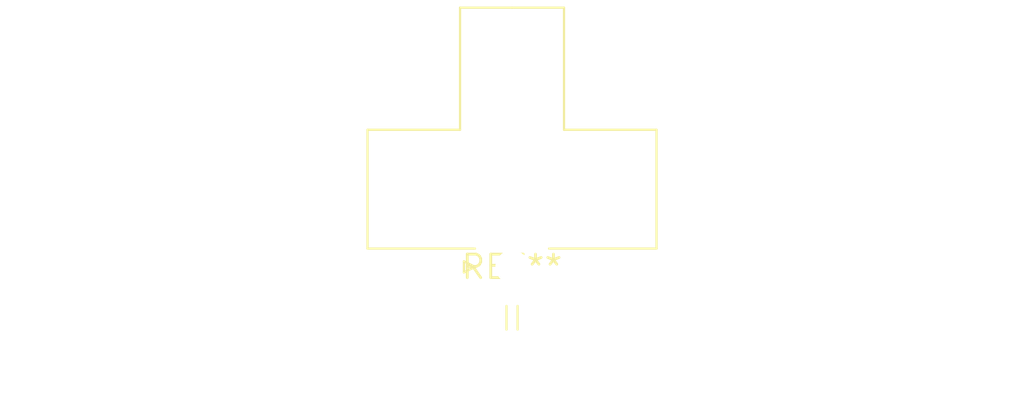
<source format=kicad_pcb>
(kicad_pcb (version 20240108) (generator pcbnew)
  (layers (0 "F.Cu" signal) (31 "B.Cu" signal) (34 "B.Paste" user) (35 "F.Paste" user) (36 "B.SilkS" user "B.Silkscreen") (37 "F.SilkS" user "F.Silkscreen") (38 "B.Mask" user) (39 "F.Mask" user) (44 "Edge.Cuts" user))
  (net 0 "")
  (footprint "Molex_Mini-Fit_Jr_5569-02A1_2x01_P4.20mm_Horizontal" (layer "F.Cu") (at 0 0)
    (property "Reference" "REF**")
    (property "Value" "Molex_Mini-Fit_Jr_5569-02A1_2x01_P4.20mm_Horizontal")
    (fp_line (start -7.81 -7.41) (end -7.81 -0.99) (layer "F.SilkS") (stroke (width 0.12)))
    (fp_line (start -7.81 -0.99) (end -2 -0.99) (layer "F.SilkS") (stroke (width 0.12)))
    (fp_line (start -2.81 -14.01) (end -2.81 -7.41) (layer "F.SilkS") (stroke (width 0.12)))
    (fp_line (start -2.81 -7.41) (end -7.81 -7.41) (layer "F.SilkS") (stroke (width 0.12)))
    (fp_line (start -2.6 -0.3) (end -2 0) (layer "F.SilkS") (stroke (width 0.12)))
    (fp_line (start -2.6 0.3) (end -2.6 -0.3) (layer "F.SilkS") (stroke (width 0.12)))
    (fp_line (start -2 0) (end -2.6 0.3) (layer "F.SilkS") (stroke (width 0.12)))
    (fp_line (start -0.3 2.11) (end -0.3 3.39) (layer "F.SilkS") (stroke (width 0.12)))
    (fp_line (start 0 -14.01) (end -2.81 -14.01) (layer "F.SilkS") (stroke (width 0.12)))
    (fp_line (start 0 -14.01) (end 2.81 -14.01) (layer "F.SilkS") (stroke (width 0.12)))
    (fp_line (start 0.3 2.11) (end 0.3 3.39) (layer "F.SilkS") (stroke (width 0.12)))
    (fp_line (start 2.81 -14.01) (end 2.81 -7.41) (layer "F.SilkS") (stroke (width 0.12)))
    (fp_line (start 2.81 -7.41) (end 7.81 -7.41) (layer "F.SilkS") (stroke (width 0.12)))
    (fp_line (start 7.81 -7.41) (end 7.81 -0.99) (layer "F.SilkS") (stroke (width 0.12)))
    (fp_line (start 7.81 -0.99) (end 2 -0.99) (layer "F.SilkS") (stroke (width 0.12)))
    (pad "" np_thru_hole circle (at -4.5 -4.2) (size 3.2 3.2) (drill 3.2) (layers *.Cu *.Mask))
    (pad "" np_thru_hole circle (at 4.5 -4.2) (size 3.2 3.2) (drill 3.2) (layers *.Cu *.Mask))
    (pad "1" thru_hole roundrect (at 0 0) (size 2.7 3.7) (drill 1.8) (layers *.Cu *.Mask) (remove_unused_layers) (roundrect_rratio 0.092593))
    (pad "2" thru_hole oval (at 0 5.5) (size 2.7 3.7) (drill 1.8) (layers *.Cu *.Mask) (remove_unused_layers))
  )
)
</source>
